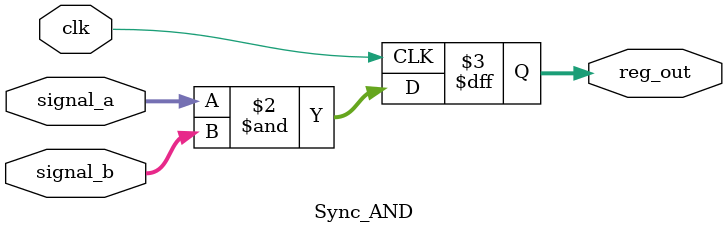
<source format=sv>
module Sync_AND(
    input clk,
    input [7:0] signal_a, signal_b,
    output reg [7:0] reg_out
);
    always @(posedge clk) begin
        reg_out <= signal_a & signal_b; // 时钟驱动输出
    end
endmodule

</source>
